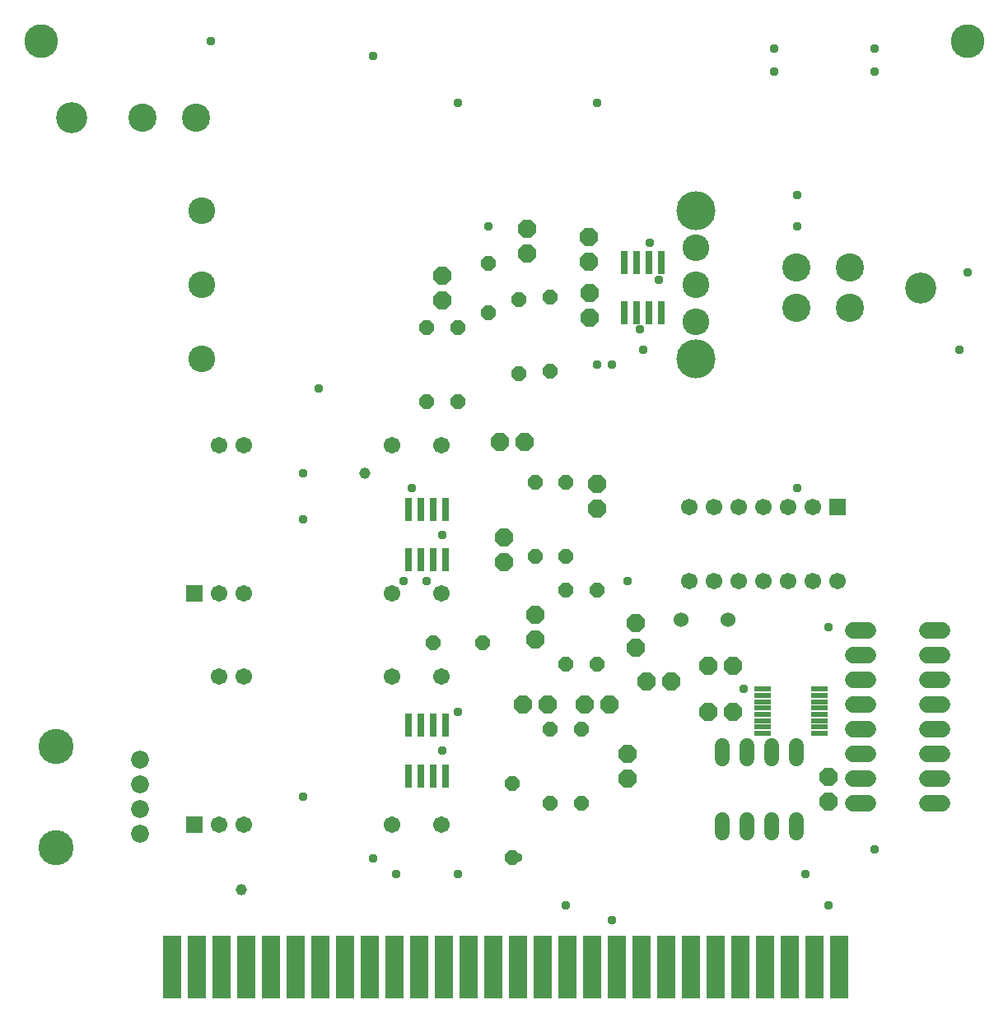
<source format=gbs>
G75*
%MOIN*%
%OFA0B0*%
%FSLAX25Y25*%
%IPPOS*%
%LPD*%
%AMOC8*
5,1,8,0,0,1.08239X$1,22.5*
%
%ADD10C,0.13650*%
%ADD11R,0.03162X0.09461*%
%ADD12R,0.06737X0.06737*%
%ADD13C,0.06737*%
%ADD14OC8,0.07100*%
%ADD15OC8,0.06000*%
%ADD16C,0.06000*%
%ADD17C,0.06619*%
%ADD18R,0.06600X0.02200*%
%ADD19C,0.10800*%
%ADD20C,0.15800*%
%ADD21R,0.06700X0.06700*%
%ADD22C,0.06700*%
%ADD23C,0.11430*%
%ADD24C,0.12611*%
%ADD25C,0.07250*%
%ADD26C,0.14186*%
%ADD27R,0.07300X0.25800*%
%ADD28C,0.06000*%
%ADD29C,0.03778*%
%ADD30C,0.04565*%
D10*
X0034228Y0421433D03*
X0409228Y0421433D03*
D11*
X0285478Y0331669D03*
X0280478Y0331669D03*
X0275478Y0331669D03*
X0270478Y0331669D03*
X0270478Y0311197D03*
X0275478Y0311197D03*
X0280478Y0311197D03*
X0285478Y0311197D03*
X0197978Y0231669D03*
X0192978Y0231669D03*
X0187978Y0231669D03*
X0182978Y0231669D03*
X0182978Y0211197D03*
X0187978Y0211197D03*
X0192978Y0211197D03*
X0197978Y0211197D03*
X0197978Y0144169D03*
X0192978Y0144169D03*
X0187978Y0144169D03*
X0182978Y0144169D03*
X0182978Y0123697D03*
X0187978Y0123697D03*
X0192978Y0123697D03*
X0197978Y0123697D03*
D12*
X0096374Y0103933D03*
X0096374Y0197683D03*
D13*
X0106374Y0197683D03*
X0116374Y0197683D03*
X0116374Y0163933D03*
X0106374Y0163933D03*
X0106374Y0103933D03*
X0116374Y0103933D03*
X0176374Y0103933D03*
X0196374Y0103933D03*
X0196374Y0163933D03*
X0176374Y0163933D03*
X0176374Y0197683D03*
X0196374Y0197683D03*
X0196374Y0257683D03*
X0176374Y0257683D03*
X0116374Y0257683D03*
X0106374Y0257683D03*
D14*
X0196728Y0316433D03*
X0196728Y0326433D03*
X0231103Y0335183D03*
X0231103Y0345183D03*
X0256103Y0342058D03*
X0256103Y0332058D03*
X0256228Y0319183D03*
X0256228Y0309183D03*
X0229853Y0258933D03*
X0219853Y0258933D03*
X0221728Y0220183D03*
X0221728Y0210183D03*
X0234228Y0188933D03*
X0234228Y0178933D03*
X0229228Y0152683D03*
X0239228Y0152683D03*
X0254228Y0152683D03*
X0264228Y0152683D03*
X0279228Y0162058D03*
X0289228Y0162058D03*
X0304228Y0168308D03*
X0314228Y0168308D03*
X0314228Y0149558D03*
X0304228Y0149558D03*
X0274853Y0175808D03*
X0274853Y0185808D03*
X0259228Y0232058D03*
X0259228Y0242058D03*
X0271728Y0132683D03*
X0271728Y0122683D03*
X0352978Y0123308D03*
X0352978Y0113308D03*
D15*
X0259228Y0168933D03*
X0246728Y0168933D03*
X0240478Y0142683D03*
X0252978Y0142683D03*
X0224853Y0120808D03*
X0240478Y0112683D03*
X0252978Y0112683D03*
X0224853Y0090808D03*
X0212978Y0177683D03*
X0192978Y0177683D03*
X0234228Y0212683D03*
X0246728Y0212683D03*
X0246728Y0198933D03*
X0259228Y0198933D03*
X0246728Y0242683D03*
X0234228Y0242683D03*
X0202978Y0275183D03*
X0190478Y0275183D03*
X0190478Y0305183D03*
X0202978Y0305183D03*
X0215478Y0311433D03*
X0227728Y0316683D03*
X0240478Y0317683D03*
X0215478Y0331433D03*
X0240478Y0287683D03*
X0227728Y0286683D03*
D16*
X0309853Y0135908D02*
X0309853Y0130708D01*
X0319853Y0130708D02*
X0319853Y0135908D01*
X0329853Y0135908D02*
X0329853Y0130708D01*
X0339853Y0130708D02*
X0339853Y0135908D01*
X0339853Y0105908D02*
X0339853Y0100708D01*
X0329853Y0100708D02*
X0329853Y0105908D01*
X0319853Y0105908D02*
X0319853Y0100708D01*
X0309853Y0100708D02*
X0309853Y0105908D01*
D17*
X0363069Y0112683D02*
X0368888Y0112683D01*
X0368888Y0122683D02*
X0363069Y0122683D01*
X0363069Y0132683D02*
X0368888Y0132683D01*
X0368888Y0142683D02*
X0363069Y0142683D01*
X0363069Y0152683D02*
X0368888Y0152683D01*
X0368888Y0162683D02*
X0363069Y0162683D01*
X0363069Y0172683D02*
X0368888Y0172683D01*
X0368888Y0182683D02*
X0363069Y0182683D01*
X0393069Y0182683D02*
X0398888Y0182683D01*
X0398888Y0172683D02*
X0393069Y0172683D01*
X0393069Y0162683D02*
X0398888Y0162683D01*
X0398888Y0152683D02*
X0393069Y0152683D01*
X0393069Y0142683D02*
X0398888Y0142683D01*
X0398888Y0132683D02*
X0393069Y0132683D01*
X0393069Y0122683D02*
X0398888Y0122683D01*
X0398888Y0112683D02*
X0393069Y0112683D01*
D18*
X0349228Y0140933D03*
X0349228Y0143533D03*
X0349228Y0146133D03*
X0349228Y0148633D03*
X0349228Y0151233D03*
X0349228Y0153733D03*
X0349228Y0156333D03*
X0349228Y0158933D03*
X0326228Y0158933D03*
X0326228Y0156333D03*
X0326228Y0153733D03*
X0326228Y0151233D03*
X0326228Y0148633D03*
X0326228Y0146133D03*
X0326228Y0143533D03*
X0326228Y0140933D03*
D19*
X0299228Y0307683D03*
X0299228Y0322683D03*
X0299228Y0337683D03*
X0099228Y0322683D03*
X0099228Y0292683D03*
X0099228Y0352683D03*
D20*
X0299228Y0352683D03*
X0299228Y0292683D03*
D21*
X0356728Y0232683D03*
D22*
X0346728Y0232683D03*
X0336728Y0232683D03*
X0326728Y0232683D03*
X0316728Y0232683D03*
X0306728Y0232683D03*
X0296728Y0232683D03*
X0296728Y0202683D03*
X0306728Y0202683D03*
X0316728Y0202683D03*
X0326728Y0202683D03*
X0336728Y0202683D03*
X0346728Y0202683D03*
X0356728Y0202683D03*
D23*
X0361738Y0313165D03*
X0361738Y0329701D03*
X0340085Y0329701D03*
X0340085Y0313165D03*
X0097122Y0390183D03*
X0075469Y0390183D03*
D24*
X0046728Y0390183D03*
X0390478Y0321433D03*
D25*
X0074478Y0130183D03*
X0074478Y0120183D03*
X0074478Y0110183D03*
X0074478Y0100183D03*
D26*
X0040478Y0094683D03*
X0040478Y0135683D03*
D27*
X0087478Y0046433D03*
X0097478Y0046433D03*
X0107478Y0046433D03*
X0117478Y0046433D03*
X0127478Y0046433D03*
X0137478Y0046433D03*
X0147478Y0046433D03*
X0157478Y0046433D03*
X0167478Y0046433D03*
X0177478Y0046433D03*
X0187478Y0046433D03*
X0197478Y0046433D03*
X0207478Y0046433D03*
X0217478Y0046433D03*
X0227478Y0046433D03*
X0237478Y0046433D03*
X0247478Y0046433D03*
X0257478Y0046433D03*
X0267478Y0046433D03*
X0277478Y0046433D03*
X0287478Y0046433D03*
X0297478Y0046433D03*
X0307478Y0046433D03*
X0317478Y0046433D03*
X0327478Y0046433D03*
X0337478Y0046433D03*
X0347478Y0046433D03*
X0357478Y0046433D03*
D28*
X0312478Y0187058D03*
X0293478Y0187058D03*
D29*
X0271728Y0202683D03*
X0318603Y0158933D03*
X0352978Y0183933D03*
X0340478Y0240183D03*
X0277978Y0296433D03*
X0276728Y0304683D03*
X0265478Y0290183D03*
X0259228Y0290183D03*
X0284228Y0324558D03*
X0280728Y0339683D03*
X0259228Y0396433D03*
X0215478Y0346433D03*
X0202978Y0396433D03*
X0168603Y0415183D03*
X0102978Y0421433D03*
X0146728Y0280808D03*
X0140478Y0246433D03*
X0140478Y0227683D03*
X0181103Y0202683D03*
X0190478Y0202683D03*
X0196728Y0221433D03*
X0184228Y0240183D03*
X0202978Y0149558D03*
X0196728Y0133933D03*
X0224228Y0090183D03*
X0227353Y0090808D03*
X0202978Y0083933D03*
X0177978Y0083933D03*
X0168603Y0090183D03*
X0140478Y0115183D03*
X0246728Y0071433D03*
X0265478Y0065183D03*
X0343603Y0083933D03*
X0352978Y0071433D03*
X0371728Y0093933D03*
X0406103Y0296433D03*
X0409228Y0327683D03*
X0340478Y0346433D03*
X0340478Y0358933D03*
X0331103Y0408933D03*
X0331103Y0418308D03*
X0371728Y0418308D03*
X0371728Y0408933D03*
D30*
X0165478Y0246433D03*
X0115478Y0077683D03*
M02*

</source>
